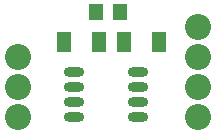
<source format=gbr>
G04*
G04 #@! TF.GenerationSoftware,Altium Limited,Altium Designer,23.1.1 (15)*
G04*
G04 Layer_Color=8388736*
%FSLAX44Y44*%
%MOMM*%
G71*
G04*
G04 #@! TF.SameCoordinates,2F936F8F-47D6-4811-9C51-17D86596E71E*
G04*
G04*
G04 #@! TF.FilePolarity,Negative*
G04*
G01*
G75*
%ADD16R,1.2032X1.4532*%
%ADD17R,1.2032X1.8032*%
G04:AMPARAMS|DCode=18|XSize=1.7532mm|YSize=0.8032mm|CornerRadius=0.4016mm|HoleSize=0mm|Usage=FLASHONLY|Rotation=0.000|XOffset=0mm|YOffset=0mm|HoleType=Round|Shape=RoundedRectangle|*
%AMROUNDEDRECTD18*
21,1,1.7532,0.0000,0,0,0.0*
21,1,0.9500,0.8032,0,0,0.0*
1,1,0.8032,0.4750,0.0000*
1,1,0.8032,-0.4750,0.0000*
1,1,0.8032,-0.4750,0.0000*
1,1,0.8032,0.4750,0.0000*
%
%ADD18ROUNDEDRECTD18*%
%ADD19C,2.2032*%
D16*
X99900Y103000D02*
D03*
X79900D02*
D03*
D17*
X103300Y77600D02*
D03*
X133300D02*
D03*
X82500D02*
D03*
X52500D02*
D03*
D18*
X115300Y52200D02*
D03*
Y39500D02*
D03*
Y26800D02*
D03*
Y14100D02*
D03*
X61300D02*
D03*
Y26800D02*
D03*
Y39500D02*
D03*
Y52200D02*
D03*
D19*
X166100Y90300D02*
D03*
Y14100D02*
D03*
X13700Y39500D02*
D03*
X166100D02*
D03*
Y64900D02*
D03*
X13700D02*
D03*
Y14100D02*
D03*
M02*

</source>
